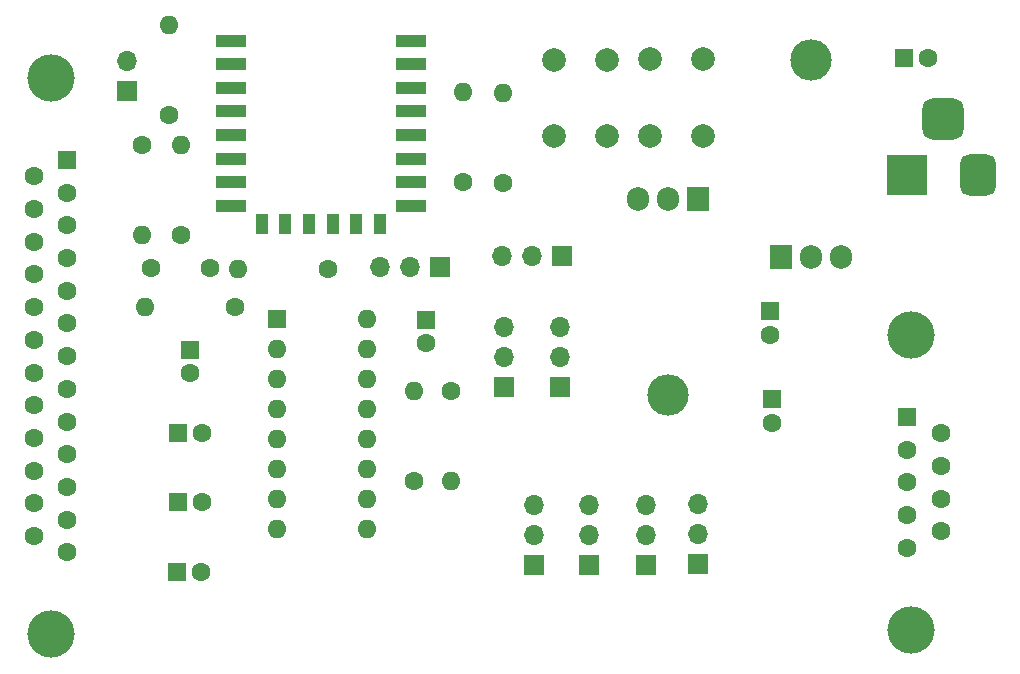
<source format=gbr>
%TF.GenerationSoftware,KiCad,Pcbnew,(6.0.2)*%
%TF.CreationDate,2022-07-06T09:04:23-05:00*%
%TF.ProjectId,WiFiModem,57694669-4d6f-4646-956d-2e6b69636164,rev?*%
%TF.SameCoordinates,Original*%
%TF.FileFunction,Soldermask,Top*%
%TF.FilePolarity,Negative*%
%FSLAX46Y46*%
G04 Gerber Fmt 4.6, Leading zero omitted, Abs format (unit mm)*
G04 Created by KiCad (PCBNEW (6.0.2)) date 2022-07-06 09:04:23*
%MOMM*%
%LPD*%
G01*
G04 APERTURE LIST*
G04 Aperture macros list*
%AMRoundRect*
0 Rectangle with rounded corners*
0 $1 Rounding radius*
0 $2 $3 $4 $5 $6 $7 $8 $9 X,Y pos of 4 corners*
0 Add a 4 corners polygon primitive as box body*
4,1,4,$2,$3,$4,$5,$6,$7,$8,$9,$2,$3,0*
0 Add four circle primitives for the rounded corners*
1,1,$1+$1,$2,$3*
1,1,$1+$1,$4,$5*
1,1,$1+$1,$6,$7*
1,1,$1+$1,$8,$9*
0 Add four rect primitives between the rounded corners*
20,1,$1+$1,$2,$3,$4,$5,0*
20,1,$1+$1,$4,$5,$6,$7,0*
20,1,$1+$1,$6,$7,$8,$9,0*
20,1,$1+$1,$8,$9,$2,$3,0*%
G04 Aperture macros list end*
%ADD10C,1.600000*%
%ADD11O,1.600000X1.600000*%
%ADD12R,1.700000X1.700000*%
%ADD13O,1.700000X1.700000*%
%ADD14C,4.000000*%
%ADD15R,1.600000X1.600000*%
%ADD16O,3.500000X3.500000*%
%ADD17R,1.905000X2.000000*%
%ADD18O,1.905000X2.000000*%
%ADD19C,2.000000*%
%ADD20R,2.500000X1.000000*%
%ADD21R,1.000000X1.800000*%
%ADD22R,3.500000X3.500000*%
%ADD23RoundRect,0.750000X0.750000X1.000000X-0.750000X1.000000X-0.750000X-1.000000X0.750000X-1.000000X0*%
%ADD24RoundRect,0.875000X0.875000X0.875000X-0.875000X0.875000X-0.875000X-0.875000X0.875000X-0.875000X0*%
G04 APERTURE END LIST*
D10*
%TO.C,R9*%
X88900000Y-81280000D03*
D11*
X88900000Y-88900000D03*
%TD*%
D12*
%TO.C,JP8*%
X87630000Y-76713000D03*
D13*
X87630000Y-74173000D03*
%TD*%
D12*
%TO.C,JP3*%
X122050000Y-116840000D03*
D13*
X122050000Y-114300000D03*
X122050000Y-111760000D03*
%TD*%
D12*
%TO.C,JP2*%
X135950000Y-116730000D03*
D13*
X135950000Y-114190000D03*
X135950000Y-111650000D03*
%TD*%
D14*
%TO.C,J1*%
X153970000Y-97345000D03*
X153970000Y-122345000D03*
D15*
X153670000Y-104305000D03*
D10*
X153670000Y-107075000D03*
X153670000Y-109845000D03*
X153670000Y-112615000D03*
X153670000Y-115385000D03*
X156510000Y-105690000D03*
X156510000Y-108460000D03*
X156510000Y-111230000D03*
X156510000Y-114000000D03*
%TD*%
D15*
%TO.C,U3*%
X100340000Y-96002000D03*
D11*
X100340000Y-98542000D03*
X100340000Y-101082000D03*
X100340000Y-103622000D03*
X100340000Y-106162000D03*
X100340000Y-108702000D03*
X100340000Y-111242000D03*
X100340000Y-113782000D03*
X107960000Y-113782000D03*
X107960000Y-111242000D03*
X107960000Y-108702000D03*
X107960000Y-106162000D03*
X107960000Y-103622000D03*
X107960000Y-101082000D03*
X107960000Y-98542000D03*
X107960000Y-96002000D03*
%TD*%
D16*
%TO.C,U2*%
X145542000Y-74104000D03*
D17*
X143002000Y-90764000D03*
D18*
X145542000Y-90764000D03*
X148082000Y-90764000D03*
%TD*%
D10*
%TO.C,C3*%
X93864887Y-117460000D03*
D15*
X91864887Y-117460000D03*
%TD*%
%TO.C,C2*%
X92964000Y-98612888D03*
D10*
X92964000Y-100612888D03*
%TD*%
D15*
%TO.C,C1*%
X153416000Y-73914000D03*
D10*
X155416000Y-73914000D03*
%TD*%
D19*
%TO.C,SW1*%
X128270000Y-74068800D03*
X128270000Y-80568800D03*
X123770000Y-74068800D03*
X123770000Y-80568800D03*
%TD*%
D10*
%TO.C,R6*%
X91186000Y-78740000D03*
D11*
X91186000Y-71120000D03*
%TD*%
D10*
%TO.C,R8*%
X119430800Y-84480400D03*
D11*
X119430800Y-76860400D03*
%TD*%
D10*
%TO.C,R7*%
X116078000Y-84455000D03*
D11*
X116078000Y-76835000D03*
%TD*%
D12*
%TO.C,JP1*%
X131560000Y-116860000D03*
D13*
X131560000Y-114320000D03*
X131560000Y-111780000D03*
%TD*%
D10*
%TO.C,R3*%
X111900000Y-109740000D03*
D11*
X111900000Y-102120000D03*
%TD*%
D14*
%TO.C,J2*%
X81130000Y-75620000D03*
X81130000Y-122720000D03*
D15*
X82550000Y-82550000D03*
D10*
X82550000Y-85320000D03*
X82550000Y-88090000D03*
X82550000Y-90860000D03*
X82550000Y-93630000D03*
X82550000Y-96400000D03*
X82550000Y-99170000D03*
X82550000Y-101940000D03*
X82550000Y-104710000D03*
X82550000Y-107480000D03*
X82550000Y-110250000D03*
X82550000Y-113020000D03*
X82550000Y-115790000D03*
X79710000Y-83935000D03*
X79710000Y-86705000D03*
X79710000Y-89475000D03*
X79710000Y-92245000D03*
X79710000Y-95015000D03*
X79710000Y-97785000D03*
X79710000Y-100555000D03*
X79710000Y-103325000D03*
X79710000Y-106095000D03*
X79710000Y-108865000D03*
X79710000Y-111635000D03*
X79710000Y-114405000D03*
%TD*%
%TO.C,C9*%
X94662000Y-91694000D03*
X89662000Y-91694000D03*
%TD*%
D12*
%TO.C,JP6*%
X124300000Y-101740000D03*
D13*
X124300000Y-99200000D03*
X124300000Y-96660000D03*
%TD*%
D12*
%TO.C,J4*%
X124445000Y-90678000D03*
D13*
X121905000Y-90678000D03*
X119365000Y-90678000D03*
%TD*%
D15*
%TO.C,C6*%
X112903000Y-96072888D03*
D10*
X112903000Y-98072888D03*
%TD*%
%TO.C,R4*%
X115062000Y-102108000D03*
D11*
X115062000Y-109728000D03*
%TD*%
D19*
%TO.C,SW2*%
X131912800Y-80516800D03*
X131912800Y-74016800D03*
X136412800Y-80516800D03*
X136412800Y-74016800D03*
%TD*%
D15*
%TO.C,C5*%
X142060000Y-95384888D03*
D10*
X142060000Y-97384888D03*
%TD*%
D12*
%TO.C,JP4*%
X126740000Y-116860000D03*
D13*
X126740000Y-114320000D03*
X126740000Y-111780000D03*
%TD*%
D15*
%TO.C,C7*%
X91948000Y-105664000D03*
D10*
X93948000Y-105664000D03*
%TD*%
D20*
%TO.C,U1*%
X96413000Y-72446000D03*
X96413000Y-74446000D03*
X96413000Y-76446000D03*
X96413000Y-78446000D03*
X96413000Y-80446000D03*
X96413000Y-82446000D03*
X96413000Y-84446000D03*
X96413000Y-86446000D03*
D21*
X99013000Y-87946000D03*
X101013000Y-87946000D03*
X103013000Y-87946000D03*
X105013000Y-87946000D03*
X107013000Y-87946000D03*
X109013000Y-87946000D03*
D20*
X111613000Y-86446000D03*
X111613000Y-84446000D03*
X111613000Y-82446000D03*
X111613000Y-80446000D03*
X111613000Y-78446000D03*
X111613000Y-76446000D03*
X111613000Y-74446000D03*
X111613000Y-72446000D03*
%TD*%
D16*
%TO.C,U4*%
X133450000Y-102490000D03*
D17*
X135990000Y-85830000D03*
D18*
X133450000Y-85830000D03*
X130910000Y-85830000D03*
%TD*%
D15*
%TO.C,C8*%
X142200000Y-102830000D03*
D10*
X142200000Y-104830000D03*
%TD*%
D22*
%TO.C,J3*%
X153670000Y-83820000D03*
D23*
X159670000Y-83820000D03*
D24*
X156670000Y-79120000D03*
%TD*%
D10*
%TO.C,R1*%
X104590000Y-91750000D03*
D11*
X96970000Y-91750000D03*
%TD*%
D15*
%TO.C,C4*%
X91948000Y-111506000D03*
D10*
X93948000Y-111506000D03*
%TD*%
D12*
%TO.C,JP7*%
X114145000Y-91660000D03*
D13*
X111605000Y-91660000D03*
X109065000Y-91660000D03*
%TD*%
D11*
%TO.C,R5*%
X92202000Y-81280000D03*
D10*
X92202000Y-88900000D03*
%TD*%
%TO.C,R2*%
X96774000Y-94996000D03*
D11*
X89154000Y-94996000D03*
%TD*%
D12*
%TO.C,JP5*%
X119507000Y-101752400D03*
D13*
X119507000Y-99212400D03*
X119507000Y-96672400D03*
%TD*%
M02*

</source>
